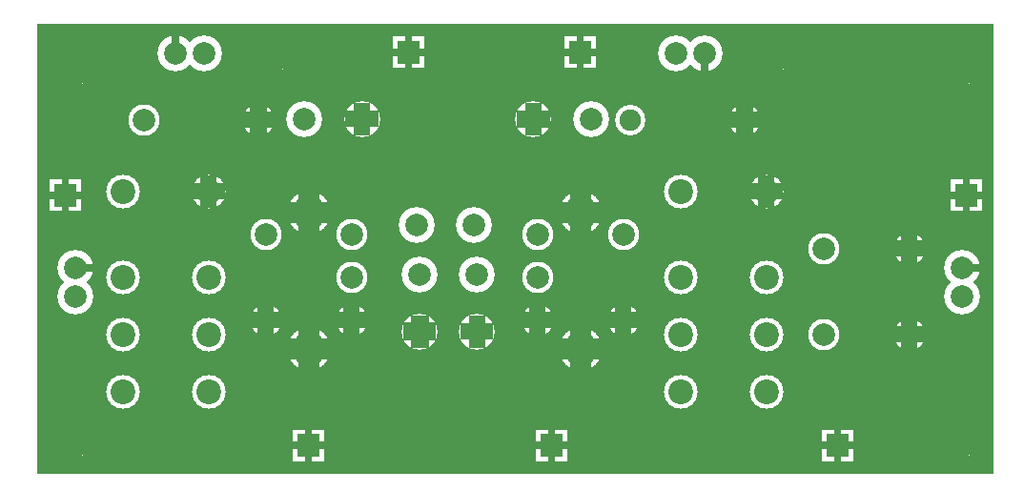
<source format=gbr>
%FSLAX34Y34*%
%MOMM*%
%LNCOPPER_TOP*%
G71*
G01*
%ADD10C,2.700*%
%ADD11C,3.000*%
%ADD12C,3.200*%
%ADD13C,2.800*%
%ADD14C,2.800*%
%ADD15C,3.800*%
%ADD16C,4.200*%
%ADD17C,1.607*%
%ADD18C,1.447*%
%ADD19C,0.667*%
%ADD20C,0.813*%
%ADD21C,1.860*%
%ADD22C,2.973*%
%ADD23C,1.900*%
%ADD24C,2.200*%
%ADD25C,2.000*%
%ADD26C,2.000*%
%ADD27C,3.000*%
%ADD28C,4.000*%
%LPD*%
G36*
X0Y400000D02*
X850000Y400000D01*
X850000Y0D01*
X0Y0D01*
X0Y400000D01*
G37*
%LPC*%
X196850Y314400D02*
G54D10*
D03*
X95250Y314400D02*
G54D10*
D03*
X76200Y250899D02*
G54D11*
D03*
X152400Y250899D02*
G54D11*
D03*
X76200Y174699D02*
G54D11*
D03*
X76200Y123899D02*
G54D11*
D03*
X76200Y73099D02*
G54D11*
D03*
X152400Y174699D02*
G54D11*
D03*
X152400Y123899D02*
G54D11*
D03*
X152400Y73099D02*
G54D11*
D03*
X388391Y221571D02*
G54D12*
D03*
X337410Y221459D02*
G54D12*
D03*
X340027Y177473D02*
G54D12*
D03*
X340140Y126492D02*
G54D12*
D03*
X390827Y177473D02*
G54D12*
D03*
X390940Y126492D02*
G54D12*
D03*
X571500Y250899D02*
G54D11*
D03*
X647700Y250900D02*
G54D11*
D03*
X571500Y174700D02*
G54D11*
D03*
X571500Y123900D02*
G54D11*
D03*
X571500Y73100D02*
G54D11*
D03*
X647700Y174700D02*
G54D11*
D03*
X647700Y123900D02*
G54D11*
D03*
X647700Y73100D02*
G54D11*
D03*
X288760Y315225D02*
G54D12*
D03*
X237780Y315113D02*
G54D12*
D03*
X340140Y126492D02*
G54D13*
D03*
X390940Y126492D02*
G54D13*
D03*
X628650Y314400D02*
G54D10*
D03*
X527050Y314400D02*
G54D10*
D03*
X491960Y315225D02*
G54D12*
D03*
X440980Y315113D02*
G54D12*
D03*
X592767Y373347D02*
G54D12*
D03*
X567267Y373347D02*
G54D12*
D03*
X123009Y373322D02*
G54D12*
D03*
X148509Y373322D02*
G54D12*
D03*
X821426Y182763D02*
G54D12*
D03*
X821426Y157264D02*
G54D12*
D03*
X34026Y182763D02*
G54D12*
D03*
X34026Y157264D02*
G54D12*
D03*
X698500Y200100D02*
G54D14*
D03*
X698500Y123900D02*
G54D14*
D03*
X95250Y314400D02*
G54D14*
D03*
X196850Y314400D02*
G54D14*
D03*
X774700Y123900D02*
G54D14*
D03*
X774700Y200100D02*
G54D14*
D03*
X152400Y250899D02*
G54D13*
D03*
X647700Y250900D02*
G54D13*
D03*
X774700Y123900D02*
G54D13*
D03*
X774700Y200100D02*
G54D13*
D03*
X196850Y314400D02*
G54D13*
D03*
X288760Y315225D02*
G54D13*
D03*
X628650Y314400D02*
G54D13*
D03*
X440980Y315113D02*
G54D13*
D03*
X203200Y212800D02*
G54D14*
D03*
X203200Y136600D02*
G54D14*
D03*
X279400Y212800D02*
G54D14*
D03*
X203200Y212800D02*
G54D14*
D03*
X279400Y212800D02*
G54D14*
D03*
X279400Y136600D02*
G54D14*
D03*
X241300Y231850D02*
G54D15*
D03*
X241300Y111200D02*
G54D15*
D03*
X444500Y212800D02*
G54D14*
D03*
X444500Y136600D02*
G54D14*
D03*
X520700Y212800D02*
G54D14*
D03*
X444500Y212800D02*
G54D14*
D03*
X520700Y212800D02*
G54D14*
D03*
X520700Y136600D02*
G54D14*
D03*
X203200Y136600D02*
G54D13*
D03*
X279400Y136600D02*
G54D13*
D03*
X444500Y136600D02*
G54D13*
D03*
X520700Y136600D02*
G54D13*
D03*
X482600Y231850D02*
G54D15*
D03*
X482600Y111200D02*
G54D15*
D03*
X241300Y111200D02*
G54D15*
D03*
X482600Y111200D02*
G54D15*
D03*
X482600Y231850D02*
G54D15*
D03*
G36*
X227300Y39350D02*
X255300Y39350D01*
X255300Y11350D01*
X227300Y11350D01*
X227300Y39350D01*
G37*
X25400Y31700D02*
G54D16*
D03*
G36*
X443200Y39350D02*
X471200Y39350D01*
X471200Y11350D01*
X443200Y11350D01*
X443200Y39350D01*
G37*
X812800Y31700D02*
G54D16*
D03*
X25400Y361900D02*
G54D16*
D03*
X812800Y361900D02*
G54D16*
D03*
G36*
X316200Y388600D02*
X344200Y388600D01*
X344200Y360600D01*
X316200Y360600D01*
X316200Y388600D01*
G37*
G36*
X468600Y388600D02*
X496600Y388600D01*
X496600Y360600D01*
X468600Y360600D01*
X468600Y388600D01*
G37*
G36*
X697200Y39350D02*
X725200Y39350D01*
X725200Y11350D01*
X697200Y11350D01*
X697200Y39350D01*
G37*
X647700Y374600D02*
G54D16*
D03*
X203200Y374600D02*
G54D16*
D03*
G36*
X811500Y261600D02*
X839500Y261600D01*
X839500Y233600D01*
X811500Y233600D01*
X811500Y261600D01*
G37*
G36*
X11400Y261600D02*
X39400Y261600D01*
X39400Y233600D01*
X11400Y233600D01*
X11400Y261600D01*
G37*
X279400Y174700D02*
G54D14*
D03*
X444500Y174700D02*
G54D14*
D03*
%LPD*%
G54D17*
G36*
X332106Y126492D02*
X332106Y140992D01*
X348173Y140992D01*
X348173Y126492D01*
X332106Y126492D01*
G37*
G36*
X340140Y134526D02*
X354640Y134526D01*
X354640Y118459D01*
X340140Y118459D01*
X340140Y134526D01*
G37*
G36*
X348173Y126492D02*
X348173Y111992D01*
X332106Y111992D01*
X332106Y126492D01*
X348173Y126492D01*
G37*
G36*
X340140Y118459D02*
X325640Y118459D01*
X325640Y134526D01*
X340140Y134526D01*
X340140Y118459D01*
G37*
G54D18*
G36*
X383706Y126492D02*
X383706Y140992D01*
X398173Y140992D01*
X398173Y126492D01*
X383706Y126492D01*
G37*
G36*
X390940Y133726D02*
X405440Y133726D01*
X405440Y119259D01*
X390940Y119259D01*
X390940Y133726D01*
G37*
G36*
X398173Y126492D02*
X398173Y111992D01*
X383706Y111992D01*
X383706Y126492D01*
X398173Y126492D01*
G37*
G36*
X390940Y119259D02*
X376440Y119259D01*
X376440Y133726D01*
X390940Y133726D01*
X390940Y119259D01*
G37*
G54D19*
G36*
X596100Y373347D02*
X596100Y356847D01*
X589434Y356847D01*
X589434Y373347D01*
X596100Y373347D01*
G37*
G54D20*
G54D19*
G36*
X119676Y373322D02*
X119676Y389822D01*
X126342Y389822D01*
X126342Y373322D01*
X119676Y373322D01*
G37*
G54D20*
G54D19*
G36*
X821426Y186097D02*
X837926Y186097D01*
X837926Y179430D01*
X821426Y179430D01*
X821426Y186097D01*
G37*
G54D20*
G54D19*
G36*
X34026Y186097D02*
X50526Y186097D01*
X50526Y179430D01*
X34026Y179430D01*
X34026Y186097D01*
G37*
G54D20*
G54D18*
G36*
X145166Y250899D02*
X145166Y265399D01*
X159633Y265399D01*
X159633Y250899D01*
X145166Y250899D01*
G37*
G36*
X152400Y258132D02*
X166900Y258132D01*
X166900Y243666D01*
X152400Y243666D01*
X152400Y258132D01*
G37*
G36*
X159633Y250899D02*
X159633Y236399D01*
X145166Y236399D01*
X145166Y250899D01*
X159633Y250899D01*
G37*
G36*
X152400Y243666D02*
X137900Y243666D01*
X137900Y258132D01*
X152400Y258132D01*
X152400Y243666D01*
G37*
G54D18*
G36*
X640467Y250900D02*
X640467Y265400D01*
X654933Y265400D01*
X654933Y250900D01*
X640467Y250900D01*
G37*
G36*
X647700Y258133D02*
X662200Y258133D01*
X662200Y243666D01*
X647700Y243666D01*
X647700Y258133D01*
G37*
G36*
X654933Y250900D02*
X654933Y236400D01*
X640467Y236400D01*
X640467Y250900D01*
X654933Y250900D01*
G37*
G36*
X647700Y243666D02*
X633200Y243666D01*
X633200Y258133D01*
X647700Y258133D01*
X647700Y243666D01*
G37*
G54D18*
G36*
X767467Y123900D02*
X767467Y138400D01*
X781933Y138400D01*
X781933Y123900D01*
X767467Y123900D01*
G37*
G36*
X774700Y131133D02*
X789200Y131133D01*
X789200Y116667D01*
X774700Y116667D01*
X774700Y131133D01*
G37*
G36*
X781933Y123900D02*
X781933Y109400D01*
X767467Y109400D01*
X767467Y123900D01*
X781933Y123900D01*
G37*
G36*
X774700Y116667D02*
X760200Y116667D01*
X760200Y131133D01*
X774700Y131133D01*
X774700Y116667D01*
G37*
G54D18*
G36*
X767467Y200100D02*
X767467Y214600D01*
X781933Y214600D01*
X781933Y200100D01*
X767467Y200100D01*
G37*
G36*
X774700Y207333D02*
X789200Y207333D01*
X789200Y192867D01*
X774700Y192867D01*
X774700Y207333D01*
G37*
G36*
X781933Y200100D02*
X781933Y185600D01*
X767467Y185600D01*
X767467Y200100D01*
X781933Y200100D01*
G37*
G36*
X774700Y192867D02*
X760200Y192867D01*
X760200Y207333D01*
X774700Y207333D01*
X774700Y192867D01*
G37*
G54D18*
G36*
X189617Y314400D02*
X189617Y328900D01*
X204083Y328900D01*
X204083Y314400D01*
X189617Y314400D01*
G37*
G36*
X196850Y321633D02*
X211350Y321633D01*
X211350Y307167D01*
X196850Y307167D01*
X196850Y321633D01*
G37*
G36*
X204083Y314400D02*
X204083Y299900D01*
X189617Y299900D01*
X189617Y314400D01*
X204083Y314400D01*
G37*
G36*
X196850Y307167D02*
X182350Y307167D01*
X182350Y321633D01*
X196850Y321633D01*
X196850Y307167D01*
G37*
G54D18*
G36*
X281527Y315225D02*
X281527Y329725D01*
X295993Y329725D01*
X295993Y315225D01*
X281527Y315225D01*
G37*
G36*
X288760Y322459D02*
X303260Y322459D01*
X303260Y307992D01*
X288760Y307992D01*
X288760Y322459D01*
G37*
G36*
X295993Y315225D02*
X295993Y300725D01*
X281527Y300725D01*
X281527Y315225D01*
X295993Y315225D01*
G37*
G36*
X288760Y307992D02*
X274260Y307992D01*
X274260Y322459D01*
X288760Y322459D01*
X288760Y307992D01*
G37*
G54D18*
G36*
X621417Y314400D02*
X621417Y328900D01*
X635883Y328900D01*
X635883Y314400D01*
X621417Y314400D01*
G37*
G36*
X628650Y321633D02*
X643150Y321633D01*
X643150Y307167D01*
X628650Y307167D01*
X628650Y321633D01*
G37*
G36*
X635883Y314400D02*
X635883Y299900D01*
X621417Y299900D01*
X621417Y314400D01*
X635883Y314400D01*
G37*
G36*
X628650Y307167D02*
X614150Y307167D01*
X614150Y321633D01*
X628650Y321633D01*
X628650Y307167D01*
G37*
G54D18*
G36*
X433746Y315113D02*
X433746Y329613D01*
X448213Y329613D01*
X448213Y315113D01*
X433746Y315113D01*
G37*
G36*
X440980Y322346D02*
X455480Y322346D01*
X455480Y307880D01*
X440980Y307880D01*
X440980Y322346D01*
G37*
G36*
X448213Y315113D02*
X448213Y300613D01*
X433746Y300613D01*
X433746Y315113D01*
X448213Y315113D01*
G37*
G36*
X440980Y307880D02*
X426480Y307880D01*
X426480Y322346D01*
X440980Y322346D01*
X440980Y307880D01*
G37*
G54D21*
G36*
X232000Y231850D02*
X232000Y251350D01*
X250600Y251350D01*
X250600Y231850D01*
X232000Y231850D01*
G37*
G36*
X241300Y241150D02*
X260800Y241150D01*
X260800Y222550D01*
X241300Y222550D01*
X241300Y241150D01*
G37*
G36*
X250600Y231850D02*
X250600Y212350D01*
X232000Y212350D01*
X232000Y231850D01*
X250600Y231850D01*
G37*
G36*
X241300Y222550D02*
X221800Y222550D01*
X221800Y241150D01*
X241300Y241150D01*
X241300Y222550D01*
G37*
G54D18*
G36*
X195967Y136600D02*
X195967Y151100D01*
X210433Y151100D01*
X210433Y136600D01*
X195967Y136600D01*
G37*
G36*
X203200Y143833D02*
X217700Y143833D01*
X217700Y129367D01*
X203200Y129367D01*
X203200Y143833D01*
G37*
G36*
X210433Y136600D02*
X210433Y122100D01*
X195967Y122100D01*
X195967Y136600D01*
X210433Y136600D01*
G37*
G36*
X203200Y129367D02*
X188700Y129367D01*
X188700Y143833D01*
X203200Y143833D01*
X203200Y129367D01*
G37*
G54D18*
G36*
X272167Y136600D02*
X272167Y151100D01*
X286633Y151100D01*
X286633Y136600D01*
X272167Y136600D01*
G37*
G36*
X279400Y143833D02*
X293900Y143833D01*
X293900Y129367D01*
X279400Y129367D01*
X279400Y143833D01*
G37*
G36*
X286633Y136600D02*
X286633Y122100D01*
X272167Y122100D01*
X272167Y136600D01*
X286633Y136600D01*
G37*
G36*
X279400Y129367D02*
X264900Y129367D01*
X264900Y143833D01*
X279400Y143833D01*
X279400Y129367D01*
G37*
G54D18*
G36*
X437267Y136600D02*
X437267Y151100D01*
X451733Y151100D01*
X451733Y136600D01*
X437267Y136600D01*
G37*
G36*
X444500Y143833D02*
X459000Y143833D01*
X459000Y129367D01*
X444500Y129367D01*
X444500Y143833D01*
G37*
G36*
X451733Y136600D02*
X451733Y122100D01*
X437267Y122100D01*
X437267Y136600D01*
X451733Y136600D01*
G37*
G36*
X444500Y129367D02*
X430000Y129367D01*
X430000Y143833D01*
X444500Y143833D01*
X444500Y129367D01*
G37*
G54D18*
G36*
X513467Y136600D02*
X513467Y151100D01*
X527933Y151100D01*
X527933Y136600D01*
X513467Y136600D01*
G37*
G36*
X520700Y143833D02*
X535200Y143833D01*
X535200Y129367D01*
X520700Y129367D01*
X520700Y143833D01*
G37*
G36*
X527933Y136600D02*
X527933Y122100D01*
X513467Y122100D01*
X513467Y136600D01*
X527933Y136600D01*
G37*
G36*
X520700Y129367D02*
X506200Y129367D01*
X506200Y143833D01*
X520700Y143833D01*
X520700Y129367D01*
G37*
G54D21*
G36*
X232000Y111200D02*
X232000Y130700D01*
X250600Y130700D01*
X250600Y111200D01*
X232000Y111200D01*
G37*
G36*
X241300Y120500D02*
X260800Y120500D01*
X260800Y101900D01*
X241300Y101900D01*
X241300Y120500D01*
G37*
G36*
X250600Y111200D02*
X250600Y91700D01*
X232000Y91700D01*
X232000Y111200D01*
X250600Y111200D01*
G37*
G36*
X241300Y101900D02*
X221800Y101900D01*
X221800Y120500D01*
X241300Y120500D01*
X241300Y101900D01*
G37*
G54D21*
G36*
X473300Y111200D02*
X473300Y130700D01*
X491900Y130700D01*
X491900Y111200D01*
X473300Y111200D01*
G37*
G36*
X482600Y120500D02*
X502100Y120500D01*
X502100Y101900D01*
X482600Y101900D01*
X482600Y120500D01*
G37*
G36*
X491900Y111200D02*
X491900Y91700D01*
X473300Y91700D01*
X473300Y111200D01*
X491900Y111200D01*
G37*
G36*
X482600Y101900D02*
X463100Y101900D01*
X463100Y120500D01*
X482600Y120500D01*
X482600Y101900D01*
G37*
G54D21*
G36*
X473300Y231850D02*
X473300Y251350D01*
X491900Y251350D01*
X491900Y231850D01*
X473300Y231850D01*
G37*
G36*
X482600Y241150D02*
X502100Y241150D01*
X502100Y222550D01*
X482600Y222550D01*
X482600Y241150D01*
G37*
G36*
X491900Y231850D02*
X491900Y212350D01*
X473300Y212350D01*
X473300Y231850D01*
X491900Y231850D01*
G37*
G36*
X482600Y222550D02*
X463100Y222550D01*
X463100Y241150D01*
X482600Y241150D01*
X482600Y222550D01*
G37*
G54D19*
G36*
X237967Y25350D02*
X237967Y39850D01*
X244633Y39850D01*
X244633Y25350D01*
X237967Y25350D01*
G37*
G36*
X241300Y28683D02*
X255800Y28683D01*
X255800Y22017D01*
X241300Y22017D01*
X241300Y28683D01*
G37*
G36*
X244633Y25350D02*
X244633Y10850D01*
X237967Y10850D01*
X237967Y25350D01*
X244633Y25350D01*
G37*
G36*
X241300Y22017D02*
X226800Y22017D01*
X226800Y28683D01*
X241300Y28683D01*
X241300Y22017D01*
G37*
G54D22*
G36*
X25400Y46567D02*
X46900Y46567D01*
X46900Y16833D01*
X25400Y16833D01*
X25400Y46567D01*
G37*
G36*
X40267Y31700D02*
X40267Y10200D01*
X10533Y10200D01*
X10533Y31700D01*
X40267Y31700D01*
G37*
G36*
X25400Y16833D02*
X3900Y16833D01*
X3900Y46567D01*
X25400Y46567D01*
X25400Y16833D01*
G37*
G36*
X10533Y31700D02*
X10533Y53200D01*
X40267Y53200D01*
X40267Y31700D01*
X10533Y31700D01*
G37*
G54D19*
G36*
X453867Y25350D02*
X453867Y39850D01*
X460533Y39850D01*
X460533Y25350D01*
X453867Y25350D01*
G37*
G36*
X457200Y28683D02*
X471700Y28683D01*
X471700Y22017D01*
X457200Y22017D01*
X457200Y28683D01*
G37*
G36*
X460533Y25350D02*
X460533Y10850D01*
X453867Y10850D01*
X453867Y25350D01*
X460533Y25350D01*
G37*
G36*
X457200Y22017D02*
X442700Y22017D01*
X442700Y28683D01*
X457200Y28683D01*
X457200Y22017D01*
G37*
G54D22*
G36*
X812800Y46567D02*
X834300Y46567D01*
X834300Y16833D01*
X812800Y16833D01*
X812800Y46567D01*
G37*
G36*
X827667Y31700D02*
X827667Y10200D01*
X797933Y10200D01*
X797933Y31700D01*
X827667Y31700D01*
G37*
G36*
X812800Y16833D02*
X791300Y16833D01*
X791300Y46567D01*
X812800Y46567D01*
X812800Y16833D01*
G37*
G36*
X797933Y31700D02*
X797933Y53200D01*
X827667Y53200D01*
X827667Y31700D01*
X797933Y31700D01*
G37*
G54D22*
G36*
X25400Y376767D02*
X46900Y376767D01*
X46900Y347033D01*
X25400Y347033D01*
X25400Y376767D01*
G37*
G36*
X40267Y361900D02*
X40267Y340400D01*
X10533Y340400D01*
X10533Y361900D01*
X40267Y361900D01*
G37*
G36*
X25400Y347033D02*
X3900Y347033D01*
X3900Y376767D01*
X25400Y376767D01*
X25400Y347033D01*
G37*
G36*
X10533Y361900D02*
X10533Y383400D01*
X40267Y383400D01*
X40267Y361900D01*
X10533Y361900D01*
G37*
G54D22*
G36*
X812800Y376767D02*
X834300Y376767D01*
X834300Y347033D01*
X812800Y347033D01*
X812800Y376767D01*
G37*
G36*
X827667Y361900D02*
X827667Y340400D01*
X797933Y340400D01*
X797933Y361900D01*
X827667Y361900D01*
G37*
G36*
X812800Y347033D02*
X791300Y347033D01*
X791300Y376767D01*
X812800Y376767D01*
X812800Y347033D01*
G37*
G36*
X797933Y361900D02*
X797933Y383400D01*
X827667Y383400D01*
X827667Y361900D01*
X797933Y361900D01*
G37*
G54D19*
G36*
X326867Y374600D02*
X326867Y389100D01*
X333533Y389100D01*
X333533Y374600D01*
X326867Y374600D01*
G37*
G36*
X330200Y377933D02*
X344700Y377933D01*
X344700Y371267D01*
X330200Y371267D01*
X330200Y377933D01*
G37*
G36*
X333533Y374600D02*
X333533Y360100D01*
X326867Y360100D01*
X326867Y374600D01*
X333533Y374600D01*
G37*
G36*
X330200Y371267D02*
X315700Y371267D01*
X315700Y377933D01*
X330200Y377933D01*
X330200Y371267D01*
G37*
G54D19*
G36*
X479267Y374600D02*
X479267Y389100D01*
X485933Y389100D01*
X485933Y374600D01*
X479267Y374600D01*
G37*
G36*
X482600Y377933D02*
X497100Y377933D01*
X497100Y371267D01*
X482600Y371267D01*
X482600Y377933D01*
G37*
G36*
X485933Y374600D02*
X485933Y360100D01*
X479267Y360100D01*
X479267Y374600D01*
X485933Y374600D01*
G37*
G36*
X482600Y371267D02*
X468100Y371267D01*
X468100Y377933D01*
X482600Y377933D01*
X482600Y371267D01*
G37*
G54D19*
G36*
X707867Y25350D02*
X707867Y39850D01*
X714533Y39850D01*
X714533Y25350D01*
X707867Y25350D01*
G37*
G36*
X711200Y28683D02*
X725700Y28683D01*
X725700Y22017D01*
X711200Y22017D01*
X711200Y28683D01*
G37*
G36*
X714533Y25350D02*
X714533Y10850D01*
X707867Y10850D01*
X707867Y25350D01*
X714533Y25350D01*
G37*
G36*
X711200Y22017D02*
X696700Y22017D01*
X696700Y28683D01*
X711200Y28683D01*
X711200Y22017D01*
G37*
G54D22*
G36*
X647700Y389467D02*
X669200Y389467D01*
X669200Y359733D01*
X647700Y359733D01*
X647700Y389467D01*
G37*
G36*
X662567Y374600D02*
X662567Y353100D01*
X632833Y353100D01*
X632833Y374600D01*
X662567Y374600D01*
G37*
G36*
X647700Y359733D02*
X626200Y359733D01*
X626200Y389467D01*
X647700Y389467D01*
X647700Y359733D01*
G37*
G36*
X632833Y374600D02*
X632833Y396100D01*
X662567Y396100D01*
X662567Y374600D01*
X632833Y374600D01*
G37*
G54D22*
G36*
X203200Y389467D02*
X224700Y389467D01*
X224700Y359733D01*
X203200Y359733D01*
X203200Y389467D01*
G37*
G36*
X218067Y374600D02*
X218067Y353100D01*
X188333Y353100D01*
X188333Y374600D01*
X218067Y374600D01*
G37*
G36*
X203200Y359733D02*
X181700Y359733D01*
X181700Y389467D01*
X203200Y389467D01*
X203200Y359733D01*
G37*
G36*
X188333Y374600D02*
X188333Y396100D01*
X218067Y396100D01*
X218067Y374600D01*
X188333Y374600D01*
G37*
G54D19*
G36*
X822167Y247600D02*
X822167Y262100D01*
X828833Y262100D01*
X828833Y247600D01*
X822167Y247600D01*
G37*
G36*
X825500Y250933D02*
X840000Y250933D01*
X840000Y244267D01*
X825500Y244267D01*
X825500Y250933D01*
G37*
G36*
X828833Y247600D02*
X828833Y233100D01*
X822167Y233100D01*
X822167Y247600D01*
X828833Y247600D01*
G37*
G36*
X825500Y244267D02*
X811000Y244267D01*
X811000Y250933D01*
X825500Y250933D01*
X825500Y244267D01*
G37*
G54D19*
G36*
X22067Y247600D02*
X22067Y262100D01*
X28733Y262100D01*
X28733Y247600D01*
X22067Y247600D01*
G37*
G36*
X25400Y250933D02*
X39900Y250933D01*
X39900Y244267D01*
X25400Y244267D01*
X25400Y250933D01*
G37*
G36*
X28733Y247600D02*
X28733Y233100D01*
X22067Y233100D01*
X22067Y247600D01*
X28733Y247600D01*
G37*
G36*
X25400Y244267D02*
X10900Y244267D01*
X10900Y250933D01*
X25400Y250933D01*
X25400Y244267D01*
G37*
X196850Y314400D02*
G54D23*
D03*
X95250Y314400D02*
G54D23*
D03*
X76200Y250899D02*
G54D24*
D03*
X152400Y250899D02*
G54D24*
D03*
X76200Y174699D02*
G54D24*
D03*
X76200Y123899D02*
G54D24*
D03*
X76200Y73099D02*
G54D24*
D03*
X152400Y174699D02*
G54D24*
D03*
X152400Y123899D02*
G54D24*
D03*
X152400Y73099D02*
G54D24*
D03*
X388391Y221571D02*
G54D25*
D03*
X337410Y221459D02*
G54D25*
D03*
X340027Y177473D02*
G54D25*
D03*
X340140Y126492D02*
G54D25*
D03*
X390827Y177473D02*
G54D25*
D03*
X390940Y126492D02*
G54D25*
D03*
X571500Y250899D02*
G54D24*
D03*
X647700Y250900D02*
G54D24*
D03*
X571500Y174700D02*
G54D24*
D03*
X571500Y123900D02*
G54D24*
D03*
X571500Y73100D02*
G54D24*
D03*
X647700Y174700D02*
G54D24*
D03*
X647700Y123900D02*
G54D24*
D03*
X647700Y73100D02*
G54D24*
D03*
X288760Y315225D02*
G54D25*
D03*
X237780Y315113D02*
G54D25*
D03*
X340140Y126492D02*
G54D26*
D03*
X390940Y126492D02*
G54D26*
D03*
X628650Y314400D02*
G54D23*
D03*
X527050Y314400D02*
G54D23*
D03*
X491960Y315225D02*
G54D25*
D03*
X440980Y315113D02*
G54D25*
D03*
X592767Y373347D02*
G54D25*
D03*
X567267Y373347D02*
G54D25*
D03*
X123009Y373322D02*
G54D25*
D03*
X148509Y373322D02*
G54D25*
D03*
X821426Y182763D02*
G54D25*
D03*
X821426Y157264D02*
G54D25*
D03*
X34026Y182763D02*
G54D25*
D03*
X34026Y157264D02*
G54D25*
D03*
X698500Y200100D02*
G54D25*
D03*
X698500Y123900D02*
G54D25*
D03*
X95250Y314400D02*
G54D25*
D03*
X196850Y314400D02*
G54D25*
D03*
X774700Y123900D02*
G54D25*
D03*
X774700Y200100D02*
G54D25*
D03*
X152400Y250899D02*
G54D26*
D03*
X647700Y250900D02*
G54D26*
D03*
X774700Y123900D02*
G54D26*
D03*
X774700Y200100D02*
G54D26*
D03*
X196850Y314400D02*
G54D26*
D03*
X288760Y315225D02*
G54D26*
D03*
X628650Y314400D02*
G54D26*
D03*
X440980Y315113D02*
G54D26*
D03*
X203200Y212800D02*
G54D25*
D03*
X203200Y136600D02*
G54D25*
D03*
X279400Y212800D02*
G54D25*
D03*
X203200Y212800D02*
G54D25*
D03*
X279400Y212800D02*
G54D25*
D03*
X279400Y136600D02*
G54D25*
D03*
X241300Y231850D02*
G54D27*
D03*
X241300Y111200D02*
G54D27*
D03*
X444500Y212800D02*
G54D25*
D03*
X444500Y136600D02*
G54D25*
D03*
X520700Y212800D02*
G54D25*
D03*
X444500Y212800D02*
G54D25*
D03*
X520700Y212800D02*
G54D25*
D03*
X520700Y136600D02*
G54D25*
D03*
X203200Y136600D02*
G54D26*
D03*
X279400Y136600D02*
G54D26*
D03*
X444500Y136600D02*
G54D26*
D03*
X520700Y136600D02*
G54D26*
D03*
X482600Y231850D02*
G54D27*
D03*
X482600Y111200D02*
G54D27*
D03*
X241300Y111200D02*
G54D27*
D03*
X482600Y111200D02*
G54D27*
D03*
X482600Y231850D02*
G54D27*
D03*
G36*
X231300Y35350D02*
X251300Y35350D01*
X251300Y15350D01*
X231300Y15350D01*
X231300Y35350D01*
G37*
X25400Y31700D02*
G54D28*
D03*
G36*
X447200Y35350D02*
X467200Y35350D01*
X467200Y15350D01*
X447200Y15350D01*
X447200Y35350D01*
G37*
X812800Y31700D02*
G54D28*
D03*
X25400Y361900D02*
G54D28*
D03*
X812800Y361900D02*
G54D28*
D03*
G36*
X320200Y384600D02*
X340200Y384600D01*
X340200Y364600D01*
X320200Y364600D01*
X320200Y384600D01*
G37*
G36*
X472600Y384600D02*
X492600Y384600D01*
X492600Y364600D01*
X472600Y364600D01*
X472600Y384600D01*
G37*
G36*
X701200Y35350D02*
X721200Y35350D01*
X721200Y15350D01*
X701200Y15350D01*
X701200Y35350D01*
G37*
X647700Y374600D02*
G54D28*
D03*
X203200Y374600D02*
G54D28*
D03*
G36*
X815500Y257600D02*
X835500Y257600D01*
X835500Y237600D01*
X815500Y237600D01*
X815500Y257600D01*
G37*
G36*
X15400Y257600D02*
X35400Y257600D01*
X35400Y237600D01*
X15400Y237600D01*
X15400Y257600D01*
G37*
X279400Y174700D02*
G54D25*
D03*
X444500Y174700D02*
G54D25*
D03*
M02*

</source>
